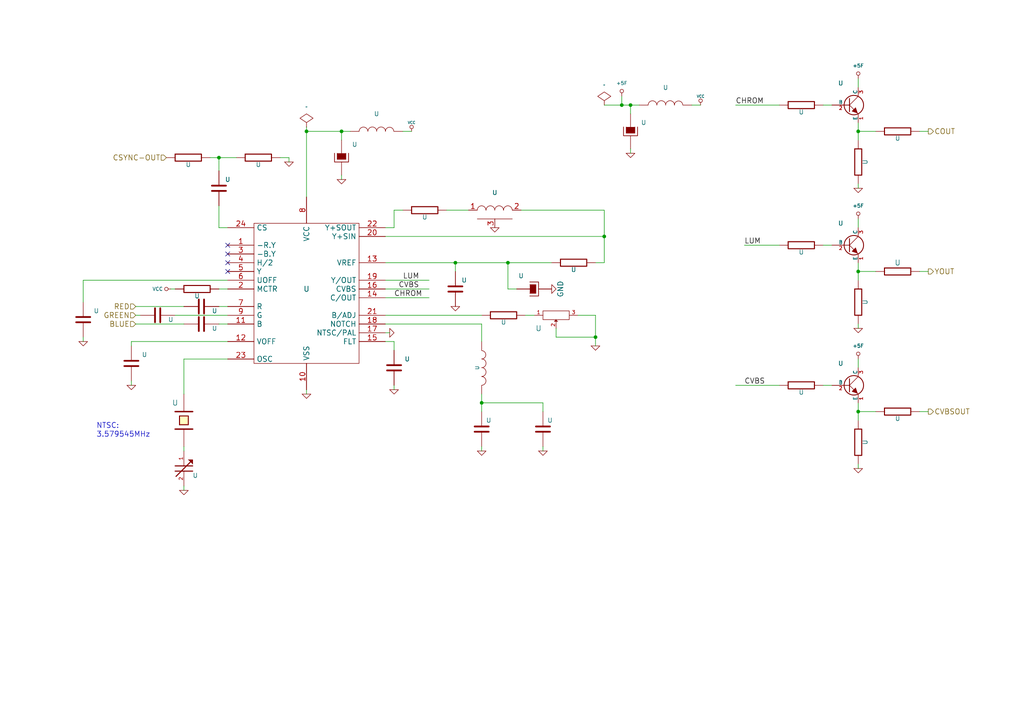
<source format=kicad_sch>
(kicad_sch (version 20220622) (generator eeschema)
  (paper "A4")
  (title_block (title "Video") (date "Sun 22 Mar 2015") (rev "2.0B") (company "Kicad EDA"))
  (lib_symbols
    (symbol "video_schlib:+5F" (power) (pin_names (offset 0))
      (property "Value" "+5F" (at 0 2.54 0))
      (symbol "+5F_0_0"
        (pin power_in line (at 0 0 90) (length 0) hide (name "+5F") (number "1"))
      )
      (symbol "+5F_0_1"
        (polyline (pts (xy 0 0) (xy 0 1.016) (xy 0 1.016)))
        (circle (center 0 1.524) (radius 0.508))
      )
    )
    (symbol "video_schlib:C" (pin_numbers hide) (pin_names (offset 0.254))
      (property "Reference" "C" (at 0 2.54 0))
      (property "Value" "C" (at 0.1524 -2.159 0))
      (symbol "C_0_1"
        (polyline (pts (xy -2.032 -0.762) (xy 2.032 -0.762)) (stroke (width 0.508)))
        (polyline (pts (xy -2.032 0.762) (xy 2.032 0.762)) (stroke (width 0.508)))
      )
      (symbol "C_1_1"
        (pin passive line (at 0 5.08 270) (length 4.318) (name "~") (number "1"))
        (pin passive line (at 0 -5.08 90) (length 4.318) (name "~") (number "2"))
      )
    )
    (symbol "video_schlib:CP" (pin_numbers hide) (pin_names (offset 0.254) hide)
      (property "Reference" "C" (at 1.27 2.54 0))
      (property "Value" "CP" (at 1.27 -2.54 0))
      (symbol "CP_0_1"
        (polyline (pts (xy -2.032 1.27) (xy -2.032 -1.27) (xy 2.032 -1.27) (xy 2.032 1.27)) (stroke (width 0.2032)))
        (polyline (pts (xy -1.27 1.27) (xy -1.27 -0.508) (xy 1.27 -0.508) (xy 1.27 1.27)) (fill (type outline)))
      )
      (symbol "CP_1_1"
        (pin passive line (at 0 5.08 270) (length 3.81) (name "~") (number "1"))
        (pin passive line (at 0 -5.08 90) (length 3.81) (name "~") (number "2"))
      )
    )
    (symbol "video_schlib:CRYSTAL" (pin_numbers hide) (pin_names (offset 1.016) hide)
      (property "Reference" "X" (at 0 3.81 0))
      (property "Value" "CRYSTAL" (at 0 -3.81 0))
      (symbol "CRYSTAL_0_1"
        (polyline (pts (xy -2.54 2.54) (xy -2.54 -2.54)) (stroke (width 0.4064)))
        (polyline (pts (xy 2.54 2.54) (xy 2.54 -2.54)) (stroke (width 0.4064)))
        (polyline (pts (xy -1.27 1.27) (xy 1.27 1.27) (xy 1.27 -1.27) (xy -1.27 -1.27) (xy -1.27 1.27)) (stroke (width 0.3048)) (fill (type background)))
      )
      (symbol "CRYSTAL_1_1"
        (pin passive line (at -7.62 0 0) (length 5.08) (name "1") (number "1"))
        (pin passive line (at 7.62 0 180) (length 5.08) (name "2") (number "2"))
      )
    )
    (symbol "video_schlib:CTRIM" (pin_names (offset 0.254))
      (property "Reference" "C" (at 3.302 -2.032 0))
      (property "Value" "CTRIM" (at 3.81 -4.064 0))
      (symbol "CTRIM_0_1"
        (polyline (pts (xy -2.54 -0.762) (xy 2.54 -0.762)) (stroke (width 0.3048)))
        (polyline (pts (xy -2.54 0.762) (xy 2.54 0.762)) (stroke (width 0.3048)))
        (polyline (pts (xy -2.286 -2.286) (xy 1.905 1.905)) (stroke (width 0.3048)))
        (polyline (pts (xy 1.27 2.54) (xy 2.54 2.54) (xy 2.54 1.27)) (fill (type outline)))
      )
      (symbol "CTRIM_1_1"
        (pin passive line (at 0 5.08 270) (length 4.318) (name "~") (number "1"))
        (pin passive line (at 0 -5.08 90) (length 4.318) (name "~") (number "2"))
      )
    )
    (symbol "video_schlib:GND" (power) (pin_names (offset 0))
      (symbol "GND_0_1"
        (polyline (pts (xy -1.27 0) (xy 0 -1.27) (xy 1.27 0) (xy -1.27 0)))
      )
      (symbol "GND_1_1"
        (pin power_in line (at 0 0 90) (length 0) hide (name "GND") (number "1"))
      )
    )
    (symbol "video_schlib:INDUCTOR" (pin_numbers hide) (pin_names (offset 1.016) hide)
      (property "Reference" "L" (at -1.27 0 90))
      (property "Value" "INDUCTOR" (at 2.54 0 90))
      (symbol "INDUCTOR_0_1"
        (arc (start 0.0254 -5.0546) (mid 1.245 -3.7973) (end 0.0254 -2.54))
        (arc (start 0.0254 -2.5146) (mid 1.2704 -1.2319) (end 0.0254 0.0508))
        (arc (start 0.0254 0.0254) (mid 1.2704 1.3081) (end 0.0254 2.5908))
        (arc (start 0.0254 2.5654) (mid 1.1942 3.7719) (end 0.0254 4.9784))
      )
      (symbol "INDUCTOR_1_1"
        (pin passive line (at 0 7.62 270) (length 2.54) (name "1") (number "1"))
        (pin passive line (at 0 -7.62 90) (length 2.54) (name "2") (number "2"))
      )
    )
    (symbol "video_schlib:LIGNE_A_RETARD" (pin_names (offset 1.016) hide)
      (property "Reference" "L" (at 0 2.54 0))
      (property "Value" "LIGNE_A_RETARD" (at 0 -2.54 0))
      (symbol "LIGNE_A_RETARD_0_1"
        (arc (start 0 -5.0546) (mid 0.8839 -4.6863) (end 1.27 -3.81))
        (arc (start 0 -2.5146) (mid 0.8839 -2.1463) (end 1.27 -1.27))
        (polyline (pts (xy -2.54 5.08) (xy -2.54 -5.08)))
        (arc (start 0 0.0254) (mid 0.8839 0.3937) (end 1.27 1.27))
        (arc (start 0 2.5654) (mid 0.8839 2.9337) (end 1.27 3.81))
        (arc (start 1.27 -3.81) (mid 0.898 -2.912) (end 0 -2.54))
        (arc (start 1.27 -1.27) (mid 0.898 -0.372) (end 0 0))
        (arc (start 1.27 1.27) (mid 0.898 2.168) (end 0 2.54))
        (arc (start 1.27 3.81) (mid 0.898 4.708) (end 0 5.08))
      )
      (symbol "LIGNE_A_RETARD_1_1"
        (pin passive line (at 0 7.62 270) (length 2.54) (name "1") (number "1"))
        (pin passive line (at 0 -7.62 90) (length 2.54) (name "2") (number "2"))
        (pin input line (at -5.08 0 0) (length 2.54) (name "COMMUN") (number "3"))
      )
    )
    (symbol "video_schlib:NPN" (pin_names (offset 0))
      (property "Reference" "Q" (at 0 -3.81 0))
      (property "Value" "NPN" (at 0 3.81 0))
      (symbol "NPN_0_1"
        (polyline (pts (xy 0 0) (xy 2.54 2.54)))
        (polyline (pts (xy 0 1.905) (xy 0 -1.905) (xy 0 -1.905)) (stroke (width 0.254)))
        (polyline (pts (xy 1.27 -1.27) (xy 0 0) (xy 0 0)))
        (polyline (pts (xy 2.286 -2.286) (xy 2.54 -2.54) (xy 2.54 -2.54)))
        (polyline (pts (xy 2.286 -2.286) (xy 1.778 -0.762) (xy 0.762 -1.778) (xy 2.286 -2.286) (xy 2.286 -2.286)) (fill (type outline)))
        (circle (center 1.27 0) (radius 2.8194) (stroke (width 0.254)))
      )
      (symbol "NPN_1_1"
        (pin passive line (at 2.54 -5.08 90) (length 2.54) (name "E") (number "1"))
        (pin input line (at -5.08 0 0) (length 5.08) (name "B") (number "2"))
        (pin passive line (at 2.54 5.08 270) (length 2.54) (name "C") (number "3"))
      )
    )
    (symbol "video_schlib:POT" (pin_names (offset 1.016) hide)
      (property "Reference" "RV" (at 0 -2.54 0))
      (property "Value" "POT" (at 0 0 0))
      (symbol "POT_0_1"
        (rectangle (start -3.81 1.27) (end 3.81 -1.27))
        (polyline (pts (xy 0 1.27) (xy -0.508 1.778) (xy 0.508 1.778)) (fill (type outline)))
      )
      (symbol "POT_1_1"
        (pin passive line (at -6.35 0 0) (length 2.54) (name "1") (number "1"))
        (pin passive line (at 0 3.81 270) (length 2.032) (name "2") (number "2"))
        (pin passive line (at 6.35 0 180) (length 2.54) (name "3") (number "3"))
      )
    )
    (symbol "video_schlib:PWR_FLAG" (power) (pin_numbers hide) (pin_names (offset 0) hide)
      (property "Value" "PWR_FLAG" (at 0 4.572 0))
      (symbol "PWR_FLAG_0_0"
        (pin power_out line (at 0 0 90) (length 0) (name "pwr") (number "1"))
      )
      (symbol "PWR_FLAG_0_1"
        (polyline (pts (xy 0 0) (xy 0 1.27) (xy -1.905 2.54) (xy 0 3.81) (xy 1.905 2.54) (xy 0 1.27)))
      )
    )
    (symbol "video_schlib:R" (pin_numbers hide) (pin_names (offset 0))
      (property "Reference" "R" (at 2.032 0 90))
      (property "Value" "R" (at 0.1778 0.0254 90))
      (symbol "R_0_1"
        (rectangle (start -1.016 3.81) (end 1.016 -3.81) (stroke (width 0.3048)))
      )
      (symbol "R_1_1"
        (pin passive line (at 0 6.35 270) (length 2.54) (name "~") (number "1"))
        (pin passive line (at 0 -6.35 90) (length 2.54) (name "~") (number "2"))
      )
    )
    (symbol "video_schlib:TDA8501" (pin_names (offset 0.762))
      (property "Reference" "U" (at 8.89 24.13 0))
      (property "Value" "TDA8501" (at 8.89 -21.59 0))
      (symbol "TDA8501_0_1"
        (rectangle (start -15.24 21.59) (end 15.24 -19.05))
      )
      (symbol "TDA8501_1_1"
        (pin input line (at -22.86 15.24 0) (length 7.62) (name "-R.Y") (number "1"))
        (pin input line (at 0 -26.67 90) (length 7.62) (name "VSS") (number "10"))
        (pin input line (at -22.86 -7.62 0) (length 7.62) (name "B") (number "11"))
        (pin output line (at -22.86 -12.7 0) (length 7.62) (name "VOFF") (number "12"))
        (pin output line (at 22.86 10.16 180) (length 7.62) (name "VREF") (number "13"))
        (pin output line (at 22.86 0 180) (length 7.62) (name "C/OUT") (number "14"))
        (pin passive line (at 22.86 -12.7 180) (length 7.62) (name "FLT") (number "15"))
        (pin output line (at 22.86 2.54 180) (length 7.62) (name "CVBS") (number "16"))
        (pin input line (at 22.86 -10.16 180) (length 7.62) (name "NTSC/PAL") (number "17"))
        (pin input line (at 22.86 -7.62 180) (length 7.62) (name "NOTCH") (number "18"))
        (pin output line (at 22.86 5.08 180) (length 7.62) (name "Y/OUT") (number "19"))
        (pin input line (at -22.86 2.54 0) (length 7.62) (name "MCTR") (number "2"))
        (pin input line (at 22.86 17.78 180) (length 7.62) (name "Y+SIN") (number "20"))
        (pin passive line (at 22.86 -5.08 180) (length 7.62) (name "B/ADJ") (number "21"))
        (pin output line (at 22.86 20.32 180) (length 7.62) (name "Y+SOUT") (number "22"))
        (pin output line (at -22.86 -17.78 0) (length 7.62) (name "OSC") (number "23"))
        (pin input line (at -22.86 20.32 0) (length 7.62) (name "CS") (number "24"))
        (pin input line (at -22.86 12.7 0) (length 7.62) (name "-B.Y") (number "3"))
        (pin bidirectional line (at -22.86 10.16 0) (length 7.62) (name "H/2") (number "4"))
        (pin input line (at -22.86 7.62 0) (length 7.62) (name "Y") (number "5"))
        (pin output line (at -22.86 5.08 0) (length 7.62) (name "UOFF") (number "6"))
        (pin input line (at -22.86 -2.54 0) (length 7.62) (name "R") (number "7"))
        (pin input line (at 0 29.21 270) (length 7.62) (name "VCC") (number "8"))
        (pin input line (at -22.86 -5.08 0) (length 7.62) (name "G") (number "9"))
      )
    )
    (symbol "video_schlib:VCC" (power) (pin_names (offset 0))
      (property "Value" "VCC" (at 0 2.54 0))
      (symbol "VCC_0_0"
        (pin power_in line (at 0 0 90) (length 0) hide (name "VCC") (number "1"))
      )
      (symbol "VCC_0_1"
        (polyline (pts (xy 0 0) (xy 0 0.762) (xy 0 0.762)))
        (circle (center 0 1.27) (radius 0.508))
      )
    )
  )
  (junction (at 99.06 38.1) (diameter 0.9144))
  (junction (at 182.88 30.48) (diameter 0.9144))
  (junction (at 175.26 68.58) (diameter 0.9144))
  (junction (at 180.34 30.48) (diameter 0.9144))
  (junction (at 147.32 76.2) (diameter 0.9144))
  (junction (at 248.92 38.1) (diameter 0.9144))
  (junction (at 63.5 45.72) (diameter 0.9144))
  (junction (at 132.08 76.2) (diameter 0.9144))
  (junction (at 172.72 97.79) (diameter 0.9144))
  (junction (at 139.7 116.84) (diameter 0.9144))
  (junction (at 88.9 38.1) (diameter 0.9144))
  (junction (at 248.92 119.38) (diameter 0.9144))
  (junction (at 248.92 78.74) (diameter 0.9144))
  (no_connect (at 66.04 76.2))
  (no_connect (at 66.04 73.66))
  (no_connect (at 66.04 78.74))
  (no_connect (at 66.04 71.12))
  (wire (pts (xy 147.32 83.82) (xy 149.86 83.82)))
  (wire (pts (xy 66.04 81.28) (xy 24.13 81.28)))
  (wire (pts (xy 248.92 116.84) (xy 248.92 119.38)))
  (wire (pts (xy 139.7 93.98) (xy 139.7 99.06)))
  (wire (pts (xy 99.06 38.1) (xy 101.6 38.1)))
  (wire (pts (xy 111.76 83.82) (xy 124.46 83.82)))
  (wire (pts (xy 175.26 68.58) (xy 175.26 76.2)))
  (wire (pts (xy 38.1 99.06) (xy 66.04 99.06)))
  (wire (pts (xy 114.3 99.06) (xy 114.3 101.6)))
  (wire (pts (xy 248.92 76.2) (xy 248.92 78.74)))
  (wire (pts (xy 88.9 114.3) (xy 88.9 113.03)))
  (wire (pts (xy 38.1 111.76) (xy 38.1 110.49)))
  (wire (pts (xy 157.48 119.38) (xy 157.48 116.84)))
  (wire (pts (xy 132.08 76.2) (xy 132.08 78.74)))
  (wire (pts (xy 66.04 104.14) (xy 53.34 104.14)))
  (wire (pts (xy 180.34 30.48) (xy 182.88 30.48)))
  (wire (pts (xy 248.92 104.14) (xy 248.92 106.68)))
  (wire (pts (xy 53.34 130.81) (xy 53.34 129.54)))
  (wire (pts (xy 182.88 44.45) (xy 182.88 43.18)))
  (wire (pts (xy 266.7 119.38) (xy 269.24 119.38)))
  (wire (pts (xy 215.9 71.12) (xy 226.06 71.12)))
  (wire (pts (xy 116.84 60.96) (xy 114.3 60.96)))
  (wire (pts (xy 83.82 45.72) (xy 81.28 45.72)))
  (wire (pts (xy 111.76 86.36) (xy 124.46 86.36)))
  (wire (pts (xy 175.26 60.96) (xy 175.26 68.58)))
  (wire (pts (xy 147.32 76.2) (xy 147.32 83.82)))
  (wire (pts (xy 172.72 97.79) (xy 172.72 91.44)))
  (wire (pts (xy 248.92 22.86) (xy 248.92 25.4)))
  (wire (pts (xy 88.9 36.83) (xy 88.9 38.1)))
  (wire (pts (xy 139.7 114.3) (xy 139.7 116.84)))
  (wire (pts (xy 111.76 76.2) (xy 132.08 76.2)))
  (wire (pts (xy 157.48 116.84) (xy 139.7 116.84)))
  (wire (pts (xy 40.64 91.44) (xy 39.37 91.44)))
  (wire (pts (xy 99.06 38.1) (xy 99.06 40.64)))
  (wire (pts (xy 248.92 119.38) (xy 248.92 121.92)))
  (wire (pts (xy 88.9 38.1) (xy 88.9 57.15)))
  (wire (pts (xy 248.92 63.5) (xy 248.92 66.04)))
  (wire (pts (xy 88.9 38.1) (xy 99.06 38.1)))
  (wire (pts (xy 99.06 52.07) (xy 99.06 50.8)))
  (wire (pts (xy 66.04 88.9) (xy 63.5 88.9)))
  (wire (pts (xy 24.13 99.06) (xy 24.13 97.79)))
  (wire (pts (xy 161.29 97.79) (xy 172.72 97.79)))
  (wire (pts (xy 63.5 45.72) (xy 68.58 45.72)))
  (wire (pts (xy 266.7 78.74) (xy 269.24 78.74)))
  (wire (pts (xy 114.3 113.03) (xy 114.3 111.76)))
  (wire (pts (xy 114.3 60.96) (xy 114.3 66.04)))
  (wire (pts (xy 161.29 95.25) (xy 161.29 97.79)))
  (wire (pts (xy 114.3 66.04) (xy 111.76 66.04)))
  (wire (pts (xy 111.76 81.28) (xy 124.46 81.28)))
  (wire (pts (xy 49.53 83.82) (xy 50.8 83.82)))
  (wire (pts (xy 213.36 111.76) (xy 226.06 111.76)))
  (wire (pts (xy 182.88 30.48) (xy 182.88 33.02)))
  (wire (pts (xy 152.4 91.44) (xy 154.94 91.44)))
  (wire (pts (xy 248.92 38.1) (xy 254 38.1)))
  (wire (pts (xy 63.5 66.04) (xy 66.04 66.04)))
  (wire (pts (xy 172.72 91.44) (xy 167.64 91.44)))
  (wire (pts (xy 116.84 38.1) (xy 119.38 38.1)))
  (wire (pts (xy 111.76 93.98) (xy 139.7 93.98)))
  (wire (pts (xy 139.7 130.81) (xy 139.7 129.54)))
  (wire (pts (xy 113.03 96.52) (xy 111.76 96.52)))
  (wire (pts (xy 53.34 93.98) (xy 39.37 93.98)))
  (wire (pts (xy 132.08 76.2) (xy 147.32 76.2)))
  (wire (pts (xy 248.92 38.1) (xy 248.92 40.64)))
  (wire (pts (xy 248.92 35.56) (xy 248.92 38.1)))
  (wire (pts (xy 248.92 78.74) (xy 248.92 81.28)))
  (wire (pts (xy 175.26 76.2) (xy 172.72 76.2)))
  (wire (pts (xy 238.76 71.12) (xy 241.3 71.12)))
  (wire (pts (xy 269.24 38.1) (xy 266.7 38.1)))
  (wire (pts (xy 53.34 88.9) (xy 39.37 88.9)))
  (wire (pts (xy 63.5 45.72) (xy 63.5 49.53)))
  (wire (pts (xy 66.04 93.98) (xy 63.5 93.98)))
  (wire (pts (xy 111.76 99.06) (xy 114.3 99.06)))
  (wire (pts (xy 66.04 91.44) (xy 50.8 91.44)))
  (wire (pts (xy 248.92 95.25) (xy 248.92 93.98)))
  (wire (pts (xy 238.76 111.76) (xy 241.3 111.76)))
  (wire (pts (xy 248.92 135.89) (xy 248.92 134.62)))
  (wire (pts (xy 83.82 46.99) (xy 83.82 45.72)))
  (wire (pts (xy 151.13 60.96) (xy 175.26 60.96)))
  (wire (pts (xy 200.66 30.48) (xy 203.2 30.48)))
  (wire (pts (xy 63.5 59.69) (xy 63.5 66.04)))
  (wire (pts (xy 24.13 81.28) (xy 24.13 87.63)))
  (wire (pts (xy 248.92 54.61) (xy 248.92 53.34)))
  (wire (pts (xy 248.92 78.74) (xy 254 78.74)))
  (wire (pts (xy 213.36 30.48) (xy 226.06 30.48)))
  (wire (pts (xy 111.76 91.44) (xy 139.7 91.44)))
  (wire (pts (xy 147.32 76.2) (xy 160.02 76.2)))
  (wire (pts (xy 111.76 68.58) (xy 175.26 68.58)))
  (wire (pts (xy 172.72 100.33) (xy 172.72 97.79)))
  (wire (pts (xy 38.1 100.33) (xy 38.1 99.06)))
  (wire (pts (xy 248.92 119.38) (xy 254 119.38)))
  (wire (pts (xy 180.34 30.48) (xy 180.34 27.94)))
  (wire (pts (xy 238.76 30.48) (xy 241.3 30.48)))
  (wire (pts (xy 63.5 83.82) (xy 66.04 83.82)))
  (wire (pts (xy 60.96 45.72) (xy 63.5 45.72)))
  (wire (pts (xy 182.88 30.48) (xy 185.42 30.48)))
  (wire (pts (xy 139.7 116.84) (xy 139.7 119.38)))
  (wire (pts (xy 53.34 104.14) (xy 53.34 114.3)))
  (wire (pts (xy 129.54 60.96) (xy 135.89 60.96)))
  (wire (pts (xy 175.26 30.48) (xy 180.34 30.48)))
  (wire (pts (xy 53.34 142.24) (xy 53.34 140.97)))
  (wire (pts (xy 157.48 129.54) (xy 157.48 130.81)))
  (text "3.579545MHz" (at 27.94 127 0) (effects (font (size 1.524 1.524)) (justify left bottom)))
  (text "NTSC:" (at 27.94 124.46 0) (effects (font (size 1.524 1.524)) (justify left bottom)))
  (label "CHROM" (at 114.3 86.36 0) (effects (font (size 1.524 1.524))))
  (label "LUM" (at 116.84 81.28 0) (effects (font (size 1.524 1.524))))
  (label "CVBS" (at 115.57 83.82 0) (effects (font (size 1.524 1.524))))
  (label "CVBS" (at 215.9 111.76 0) (effects (font (size 1.524 1.524))))
  (label "LUM" (at 215.9 71.12 0) (effects (font (size 1.524 1.524))))
  (label "CHROM" (at 213.36 30.48 0) (effects (font (size 1.524 1.524))))
  (hierarchical_label "BLUE" (shape input) (at 39.37 93.98 180) (effects (font (size 1.524 1.524))))
  (hierarchical_label "COUT" (shape output) (at 269.24 38.1 0) (effects (font (size 1.524 1.524))))
  (hierarchical_label "CVBSOUT" (shape output) (at 269.24 119.38 0) (effects (font (size 1.524 1.524))))
  (hierarchical_label "CSYNC-OUT" (shape input) (at 48.26 45.72 180) (effects (font (size 1.524 1.524))))
  (hierarchical_label "YOUT" (shape output) (at 269.24 78.74 0) (effects (font (size 1.524 1.524))))
  (hierarchical_label "RED" (shape input) (at 39.37 88.9 180) (effects (font (size 1.524 1.524))))
  (hierarchical_label "GREEN" (shape input) (at 39.37 91.44 180) (effects (font (size 1.524 1.524))))
  (symbol (lib_id "video_schlib:TDA8501") (at 88.9 86.36 0) (unit 1)
    (default_instance (reference "U") (unit 1) (value "") (footprint ""))
    (property "Reference" "U" (at 88.9 83.82 0) (effects (font (size 1.524 1.524))))
  )
  (symbol (lib_id "video_schlib:C") (at 58.42 93.98 270) (unit 1)
    (default_instance (reference "U") (unit 1) (value "") (footprint ""))
    (property "Reference" "U" (at 62.23 95.25 90))
  )
  (symbol (lib_id "video_schlib:C") (at 45.72 91.44 270) (unit 1)
    (default_instance (reference "U") (unit 1) (value "") (footprint ""))
    (property "Reference" "U" (at 49.53 92.71 90))
  )
  (symbol (lib_id "video_schlib:C") (at 58.42 88.9 270) (unit 1)
    (default_instance (reference "U") (unit 1) (value "") (footprint ""))
    (property "Reference" "U" (at 62.23 90.17 90))
  )
  (symbol (lib_id "video_schlib:GND") (at 88.9 114.3 0) (unit 1)
    (default_instance (reference "U") (unit 1) (value "") (footprint ""))
    (property "Reference" "U" (effects hide))
  )
  (symbol (lib_id "video_schlib:INDUCTOR") (at 109.22 38.1 270) (mirror x) (unit 1)
    (default_instance (reference "U") (unit 1) (value "") (footprint ""))
    (property "Reference" "U" (at 109.22 33.02 90))
  )
  (symbol (lib_id "video_schlib:CP") (at 99.06 45.72 0) (unit 1)
    (default_instance (reference "U") (unit 1) (value "") (footprint ""))
    (property "Reference" "U" (at 102.87 41.91 0))
  )
  (symbol (lib_id "video_schlib:GND") (at 99.06 52.07 0) (unit 1)
    (default_instance (reference "U") (unit 1) (value "") (footprint ""))
    (property "Reference" "U" (effects hide))
  )
  (symbol (lib_id "video_schlib:R") (at 123.19 60.96 270) (unit 1)
    (default_instance (reference "U") (unit 1) (value "") (footprint ""))
    (property "Reference" "U" (at 123.19 62.992 90))
  )
  (symbol (lib_id "video_schlib:C") (at 63.5 54.61 0) (unit 1)
    (default_instance (reference "U") (unit 1) (value "") (footprint ""))
    (property "Reference" "U" (at 66.04 52.07 0))
  )
  (symbol (lib_id "video_schlib:C") (at 38.1 105.41 0) (unit 1)
    (default_instance (reference "U") (unit 1) (value "") (footprint ""))
    (property "Reference" "U" (at 41.91 102.87 0))
  )
  (symbol (lib_id "video_schlib:GND") (at 38.1 111.76 0) (unit 1)
    (default_instance (reference "U") (unit 1) (value "") (footprint ""))
    (property "Reference" "U" (effects hide))
  )
  (symbol (lib_id "video_schlib:C") (at 24.13 92.71 0) (unit 1)
    (default_instance (reference "U") (unit 1) (value "") (footprint ""))
    (property "Reference" "U" (at 27.94 90.17 0))
  )
  (symbol (lib_id "video_schlib:GND") (at 24.13 99.06 0) (unit 1)
    (default_instance (reference "U") (unit 1) (value "") (footprint ""))
    (property "Reference" "U" (effects hide))
  )
  (symbol (lib_id "video_schlib:CRYSTAL") (at 53.34 121.92 90) (unit 1)
    (default_instance (reference "U") (unit 1) (value "") (footprint ""))
    (property "Reference" "U" (at 50.8 116.84 90) (effects (font (size 1.524 1.524))))
  )
  (symbol (lib_id "video_schlib:CTRIM") (at 53.34 135.89 0) (unit 1)
    (default_instance (reference "U") (unit 1) (value "") (footprint ""))
    (property "Reference" "U" (at 56.642 137.922 0))
  )
  (symbol (lib_id "video_schlib:GND") (at 53.34 142.24 0) (unit 1)
    (default_instance (reference "U") (unit 1) (value "") (footprint ""))
    (property "Reference" "U" (effects hide))
  )
  (symbol (lib_id "video_schlib:R") (at 166.37 76.2 270) (unit 1)
    (default_instance (reference "U") (unit 1) (value "") (footprint ""))
    (property "Reference" "U" (at 166.37 78.232 90))
  )
  (symbol (lib_id "video_schlib:CP") (at 154.94 83.82 90) (unit 1)
    (default_instance (reference "U") (unit 1) (value "") (footprint ""))
    (property "Reference" "U" (at 151.13 80.01 90))
  )
  (symbol (lib_id "video_schlib:GND") (at 160.02 83.82 90) (unit 1)
    (default_instance (reference "U") (unit 1) (value "") (footprint ""))
    (property "Reference" "U" (effects hide))
  )
  (symbol (lib_id "video_schlib:C") (at 132.08 83.82 180) (unit 1)
    (default_instance (reference "U") (unit 1) (value "") (footprint ""))
    (property "Reference" "U" (at 134.62 81.28 0))
  )
  (symbol (lib_id "video_schlib:GND") (at 132.08 88.9 0) (unit 1)
    (default_instance (reference "U") (unit 1) (value "") (footprint ""))
    (property "Reference" "U" (effects hide))
  )
  (symbol (lib_id "video_schlib:C") (at 114.3 106.68 0) (unit 1)
    (default_instance (reference "U") (unit 1) (value "") (footprint ""))
    (property "Reference" "U" (at 118.11 104.14 0))
  )
  (symbol (lib_id "video_schlib:GND") (at 114.3 113.03 0) (unit 1)
    (default_instance (reference "U") (unit 1) (value "") (footprint ""))
    (property "Reference" "U" (effects hide))
  )
  (symbol (lib_id "video_schlib:R") (at 74.93 45.72 270) (unit 1)
    (default_instance (reference "U") (unit 1) (value "") (footprint ""))
    (property "Reference" "U" (at 74.93 47.752 90))
  )
  (symbol (lib_id "video_schlib:R") (at 54.61 45.72 270) (unit 1)
    (default_instance (reference "U") (unit 1) (value "") (footprint ""))
    (property "Reference" "U" (at 54.61 47.752 90))
  )
  (symbol (lib_id "video_schlib:GND") (at 83.82 46.99 0) (unit 1)
    (default_instance (reference "U") (unit 1) (value "") (footprint ""))
    (property "Reference" "U" (effects hide))
  )
  (symbol (lib_id "video_schlib:INDUCTOR") (at 139.7 106.68 0) (unit 1)
    (default_instance (reference "U") (unit 1) (value "") (footprint ""))
    (property "Reference" "U" (at 138.43 106.68 90) (effects (font (size 1.016 1.016))))
  )
  (symbol (lib_id "video_schlib:C") (at 139.7 124.46 0) (unit 1)
    (default_instance (reference "U") (unit 1) (value "") (footprint ""))
    (property "Reference" "U" (at 140.97 121.92 0) (effects (justify left)))
  )
  (symbol (lib_id "video_schlib:C") (at 157.48 124.46 0) (unit 1)
    (default_instance (reference "U") (unit 1) (value "") (footprint ""))
    (property "Reference" "U" (at 158.75 121.92 0) (effects (justify left)))
  )
  (symbol (lib_id "video_schlib:GND") (at 139.7 130.81 0) (unit 1)
    (default_instance (reference "U") (unit 1) (value "") (footprint ""))
    (property "Reference" "U" (effects hide))
  )
  (symbol (lib_id "video_schlib:GND") (at 157.48 130.81 0) (unit 1)
    (default_instance (reference "U") (unit 1) (value "") (footprint ""))
    (property "Reference" "U" (effects hide))
  )
  (symbol (lib_id "video_schlib:NPN") (at 246.38 30.48 0) (unit 1)
    (default_instance (reference "U") (unit 1) (value "") (footprint ""))
    (property "Reference" "U" (at 243.84 24.13 0))
  )
  (symbol (lib_id "video_schlib:R") (at 232.41 30.48 270) (unit 1)
    (default_instance (reference "U") (unit 1) (value "") (footprint ""))
    (property "Reference" "U" (at 232.41 32.512 90))
  )
  (symbol (lib_id "video_schlib:R") (at 248.92 46.99 0) (unit 1)
    (default_instance (reference "U") (unit 1) (value "") (footprint ""))
    (property "Reference" "U" (at 250.952 46.99 90))
  )
  (symbol (lib_id "video_schlib:R") (at 260.35 38.1 270) (unit 1)
    (default_instance (reference "U") (unit 1) (value "") (footprint ""))
    (property "Reference" "U" (at 260.35 40.132 90))
  )
  (symbol (lib_id "video_schlib:GND") (at 248.92 54.61 0) (unit 1)
    (default_instance (reference "U") (unit 1) (value "") (footprint ""))
    (property "Reference" "U" (effects hide))
  )
  (symbol (lib_id "video_schlib:INDUCTOR") (at 193.04 30.48 270) (mirror x) (unit 1)
    (default_instance (reference "U") (unit 1) (value "") (footprint ""))
    (property "Reference" "U" (at 193.04 25.4 90))
  )
  (symbol (lib_id "video_schlib:CP") (at 182.88 38.1 0) (unit 1)
    (default_instance (reference "U") (unit 1) (value "") (footprint ""))
    (property "Reference" "U" (at 186.69 35.56 0))
  )
  (symbol (lib_id "video_schlib:GND") (at 182.88 44.45 0) (unit 1)
    (default_instance (reference "U") (unit 1) (value "") (footprint ""))
    (property "Reference" "U" (effects hide))
  )
  (symbol (lib_id "video_schlib:NPN") (at 246.38 71.12 0) (unit 1)
    (default_instance (reference "U") (unit 1) (value "") (footprint ""))
    (property "Reference" "U" (at 243.84 64.77 0))
  )
  (symbol (lib_id "video_schlib:GND") (at 248.92 95.25 0) (unit 1)
    (default_instance (reference "U") (unit 1) (value "") (footprint ""))
    (property "Reference" "U" (effects hide))
  )
  (symbol (lib_id "video_schlib:R") (at 248.92 87.63 0) (unit 1)
    (default_instance (reference "U") (unit 1) (value "") (footprint ""))
    (property "Reference" "U" (at 250.952 87.63 90))
  )
  (symbol (lib_id "video_schlib:R") (at 260.35 78.74 90) (unit 1)
    (default_instance (reference "U") (unit 1) (value "") (footprint ""))
    (property "Reference" "U" (at 260.35 76.2 90) (effects (font (size 1.524 1.524))))
  )
  (symbol (lib_id "video_schlib:R") (at 232.41 71.12 270) (unit 1)
    (default_instance (reference "U") (unit 1) (value "") (footprint ""))
    (property "Reference" "U" (at 232.41 73.152 90))
  )
  (symbol (lib_id "video_schlib:NPN") (at 246.38 111.76 0) (unit 1)
    (default_instance (reference "U") (unit 1) (value "") (footprint ""))
    (property "Reference" "U" (at 243.84 105.41 0))
  )
  (symbol (lib_id "video_schlib:GND") (at 248.92 135.89 0) (unit 1)
    (default_instance (reference "U") (unit 1) (value "") (footprint ""))
    (property "Reference" "U" (effects hide))
  )
  (symbol (lib_id "video_schlib:R") (at 248.92 128.27 0) (unit 1)
    (default_instance (reference "U") (unit 1) (value "") (footprint ""))
    (property "Reference" "U" (at 250.952 128.27 90))
  )
  (symbol (lib_id "video_schlib:R") (at 260.35 119.38 270) (unit 1)
    (default_instance (reference "U") (unit 1) (value "") (footprint ""))
    (property "Reference" "U" (at 260.35 121.412 90))
  )
  (symbol (lib_id "video_schlib:R") (at 232.41 111.76 270) (unit 1)
    (default_instance (reference "U") (unit 1) (value "") (footprint ""))
    (property "Reference" "U" (at 232.41 113.792 90))
  )
  (symbol (lib_id "video_schlib:R") (at 146.05 91.44 270) (unit 1)
    (default_instance (reference "U") (unit 1) (value "") (footprint ""))
    (property "Reference" "U" (at 146.05 93.472 90))
  )
  (symbol (lib_id "video_schlib:POT") (at 161.29 91.44 0) (mirror x) (unit 1)
    (default_instance (reference "U") (unit 1) (value "") (footprint ""))
    (property "Reference" "U" (at 156.21 95.25 0) (effects (font (size 1.524 1.524))))
  )
  (symbol (lib_id "video_schlib:GND") (at 172.72 100.33 0) (unit 1)
    (default_instance (reference "U") (unit 1) (value "") (footprint ""))
    (property "Reference" "U" (effects hide))
  )
  (symbol (lib_id "video_schlib:R") (at 57.15 83.82 270) (unit 1)
    (default_instance (reference "U") (unit 1) (value "") (footprint ""))
    (property "Reference" "U" (at 57.15 85.852 90))
  )
  (symbol (lib_id "video_schlib:VCC") (at 49.53 83.82 90) (unit 1)
    (default_instance (reference "U") (unit 1) (value "") (footprint ""))
    (property "Reference" "U" (effects hide))
  )
  (symbol (lib_id "video_schlib:GND") (at 113.03 96.52 90) (unit 1)
    (default_instance (reference "U") (unit 1) (value "") (footprint ""))
    (property "Reference" "U" (effects hide))
  )
  (symbol (lib_id "video_schlib:LIGNE_A_RETARD") (at 143.51 60.96 90) (unit 1)
    (default_instance (reference "U") (unit 1) (value "") (footprint ""))
    (property "Reference" "U" (at 143.51 55.88 90))
  )
  (symbol (lib_id "video_schlib:GND") (at 143.51 66.04 0) (unit 1)
    (default_instance (reference "U") (unit 1) (value "") (footprint ""))
    (property "Reference" "U" (effects hide))
  )
  (symbol (lib_id "video_schlib:PWR_FLAG") (at 175.26 30.48 0) (unit 1)
    (default_instance (reference "U") (unit 1) (value "") (footprint ""))
    (property "Reference" "U" (effects hide))
  )
  (symbol (lib_id "video_schlib:PWR_FLAG") (at 88.9 36.83 0) (unit 1)
    (default_instance (reference "U") (unit 1) (value "") (footprint ""))
    (property "Reference" "U" (effects hide))
  )
  (symbol (lib_id "video_schlib:VCC") (at 203.2 30.48 0) (unit 1)
    (default_instance (reference "U") (unit 1) (value "") (footprint ""))
    (property "Reference" "U" (effects hide))
  )
  (symbol (lib_id "video_schlib:+5F") (at 248.92 104.14 0) (unit 1)
    (default_instance (reference "U") (unit 1) (value "") (footprint ""))
    (property "Reference" "U" (effects hide))
  )
  (symbol (lib_id "video_schlib:+5F") (at 248.92 63.5 0) (unit 1)
    (default_instance (reference "U") (unit 1) (value "") (footprint ""))
    (property "Reference" "U" (effects hide))
  )
  (symbol (lib_id "video_schlib:+5F") (at 180.34 27.94 0) (unit 1)
    (default_instance (reference "U") (unit 1) (value "") (footprint ""))
    (property "Reference" "U" (effects hide))
  )
  (symbol (lib_id "video_schlib:+5F") (at 248.92 22.86 0) (unit 1)
    (default_instance (reference "U") (unit 1) (value "") (footprint ""))
    (property "Reference" "U" (effects hide))
  )
  (symbol (lib_id "video_schlib:VCC") (at 119.38 38.1 0) (unit 1)
    (default_instance (reference "U") (unit 1) (value "") (footprint ""))
    (property "Reference" "U" (effects hide))
  )
)
</source>
